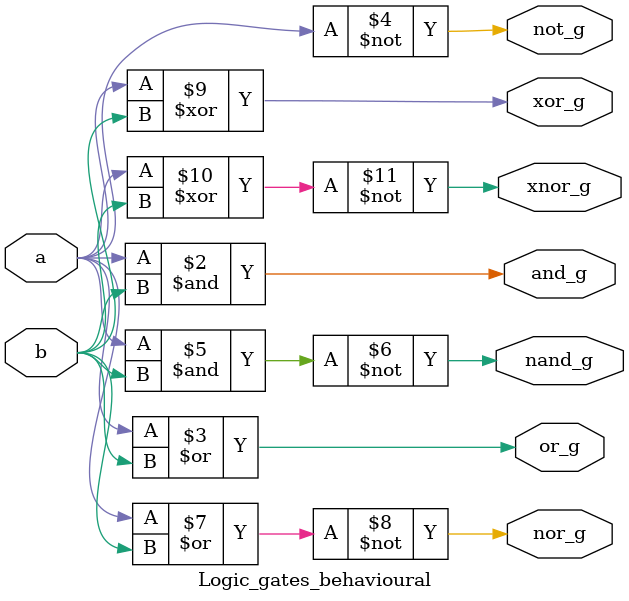
<source format=v>
`timescale 1ns / 1ps


module Logic_gates_behavioural(
    input a, b,
    output reg and_g,
    output reg or_g,
    output reg not_g,
    output reg nand_g,
    output reg nor_g,
    output reg xor_g,
    output reg xnor_g
    );
    always@(*)
        begin
            and_g = a&b;
            or_g = a|b;
            not_g = ~a;
            nand_g = ~(a&b);
            nor_g = ~(a|b);
            xor_g = a^b;
            xnor_g = ~(a^b);
        end
    
endmodule

</source>
